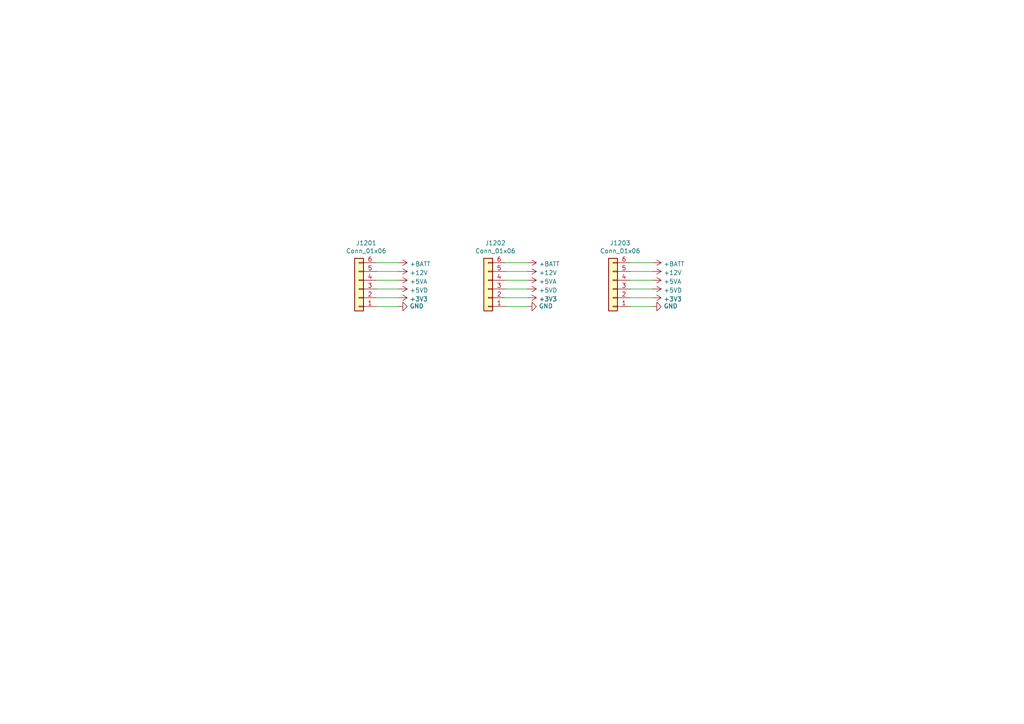
<source format=kicad_sch>
(kicad_sch (version 20211123) (generator eeschema)
  (paper "A4")
  (title_block (title "Connector Cube V2") (date "2021-12-21") (rev "V2.00A") (company "CubeDeb-F4DEB") (comment 1 "POWER"))
  (lib_symbols
    (symbol "Connector_Generic:Conn_01x06" (pin_names (offset 1.016) hide)
      (property "Reference" "J" (at 0 7.62 0))
      (property "Value" "Connector_Generic_Conn_01x06" (at 0 -10.16 0))
      (symbol "Conn_01x06_1_1"
        (rectangle (start -1.27 -7.493) (end 0 -7.747) (stroke (width 0.1524)))
        (rectangle (start -1.27 -4.953) (end 0 -5.207) (stroke (width 0.1524)))
        (rectangle (start -1.27 -2.413) (end 0 -2.667) (stroke (width 0.1524)))
        (rectangle (start -1.27 0.127) (end 0 -0.127) (stroke (width 0.1524)))
        (rectangle (start -1.27 2.667) (end 0 2.413) (stroke (width 0.1524)))
        (rectangle (start -1.27 5.207) (end 0 4.953) (stroke (width 0.1524)))
        (rectangle (start -1.27 6.35) (end 1.27 -8.89) (stroke (width 0.254)) (fill (type background)))
        (pin passive line (at -5.08 5.08 0) (length 3.81) (name "Pin_1") (number "1"))
        (pin passive line (at -5.08 2.54 0) (length 3.81) (name "Pin_2") (number "2"))
        (pin passive line (at -5.08 0 0) (length 3.81) (name "Pin_3") (number "3"))
        (pin passive line (at -5.08 -2.54 0) (length 3.81) (name "Pin_4") (number "4"))
        (pin passive line (at -5.08 -5.08 0) (length 3.81) (name "Pin_5") (number "5"))
        (pin passive line (at -5.08 -7.62 0) (length 3.81) (name "Pin_6") (number "6"))
      )
    )
    (symbol "power:+12V" (power) (pin_names (offset 0))
      (property "Value" "power_+12V" (at 0 3.556 0))
      (symbol "+12V_0_1"
        (polyline (pts (xy -0.762 1.27) (xy 0 2.54)))
        (polyline (pts (xy 0 0) (xy 0 2.54)))
        (polyline (pts (xy 0 2.54) (xy 0.762 1.27)))
      )
      (symbol "+12V_1_1"
        (pin power_in line (at 0 0 90) (length 0) hide (name "+12V") (number "1"))
      )
    )
    (symbol "power:+3.3V" (power) (pin_names (offset 0))
      (property "Value" "power_+3.3V" (at 0 3.556 0))
      (symbol "+3.3V_0_1"
        (polyline (pts (xy -0.762 1.27) (xy 0 2.54)))
        (polyline (pts (xy 0 0) (xy 0 2.54)))
        (polyline (pts (xy 0 2.54) (xy 0.762 1.27)))
      )
      (symbol "+3.3V_1_1"
        (pin power_in line (at 0 0 90) (length 0) hide (name "+3V3") (number "1"))
      )
    )
    (symbol "power:+5VA" (power) (pin_names (offset 0))
      (property "Value" "power_+5VA" (at 0 3.556 0))
      (symbol "+5VA_0_1"
        (polyline (pts (xy -0.762 1.27) (xy 0 2.54)))
        (polyline (pts (xy 0 0) (xy 0 2.54)))
        (polyline (pts (xy 0 2.54) (xy 0.762 1.27)))
      )
      (symbol "+5VA_1_1"
        (pin power_in line (at 0 0 90) (length 0) hide (name "+5VA") (number "1"))
      )
    )
    (symbol "power:+5VD" (power) (pin_names (offset 0))
      (property "Value" "power_+5VD" (at 0 3.556 0))
      (symbol "+5VD_0_1"
        (polyline (pts (xy -0.762 1.27) (xy 0 2.54)))
        (polyline (pts (xy 0 0) (xy 0 2.54)))
        (polyline (pts (xy 0 2.54) (xy 0.762 1.27)))
      )
      (symbol "+5VD_1_1"
        (pin power_in line (at 0 0 90) (length 0) hide (name "+5VD") (number "1"))
      )
    )
    (symbol "power:+BATT" (power) (pin_names (offset 0))
      (property "Value" "power_+BATT" (at 0 3.556 0))
      (symbol "+BATT_0_1"
        (polyline (pts (xy -0.762 1.27) (xy 0 2.54)))
        (polyline (pts (xy 0 0) (xy 0 2.54)))
        (polyline (pts (xy 0 2.54) (xy 0.762 1.27)))
      )
      (symbol "+BATT_1_1"
        (pin power_in line (at 0 0 90) (length 0) hide (name "+BATT") (number "1"))
      )
    )
    (symbol "power:GND" (power) (pin_names (offset 0))
      (property "Value" "power_GND" (at 0 -3.81 0))
      (symbol "GND_0_1"
        (polyline (pts (xy 0 0) (xy 0 -1.27) (xy 1.27 -1.27) (xy 0 -2.54) (xy -1.27 -1.27) (xy 0 -1.27)))
      )
      (symbol "GND_1_1"
        (pin power_in line (at 0 0 270) (length 0) hide (name "GND") (number "1"))
      )
    )
  )
  (wire (pts (xy 109.22 83.82) (xy 115.57 83.82)))
  (wire (pts (xy 182.88 81.28) (xy 189.23 81.28)))
  (wire (pts (xy 182.88 88.9) (xy 189.23 88.9)))
  (wire (pts (xy 109.22 81.28) (xy 115.57 81.28)))
  (wire (pts (xy 182.88 76.2) (xy 189.23 76.2)))
  (wire (pts (xy 146.685 88.9) (xy 153.035 88.9)))
  (wire (pts (xy 109.22 86.36) (xy 115.57 86.36)))
  (wire (pts (xy 182.88 86.36) (xy 189.23 86.36)))
  (wire (pts (xy 146.685 86.36) (xy 153.035 86.36)))
  (wire (pts (xy 146.685 76.2) (xy 153.035 76.2)))
  (wire (pts (xy 109.22 76.2) (xy 115.57 76.2)))
  (wire (pts (xy 146.685 83.82) (xy 153.035 83.82)))
  (wire (pts (xy 109.22 88.9) (xy 115.57 88.9)))
  (wire (pts (xy 182.88 83.82) (xy 189.23 83.82)))
  (wire (pts (xy 109.22 78.74) (xy 115.57 78.74)))
  (wire (pts (xy 146.685 81.28) (xy 153.035 81.28)))
  (wire (pts (xy 146.685 78.74) (xy 153.035 78.74)))
  (wire (pts (xy 182.88 78.74) (xy 189.23 78.74)))
  (symbol (lib_id "Connector_Generic:Conn_01x06") (at 104.14 83.82 180) (unit 1)
    (property "Reference" "J1201" (at 106.2228 70.485 0))
    (property "Value" "Conn_01x06" (at 106.2228 72.7964 0))
    (property "Footprint" "Connector_JST:JST_GH_BM06B-GHS-TBT_1x06-1MP_P1.25mm_Vertical" (effects hide))
  )
  (symbol (lib_id "power:GND") (at 115.57 88.9 90) (unit 1)
    (property "Reference" "#PWR0172" (effects hide))
    (property "Value" "GND" (at 118.8212 88.773 90) (effects (justify right)))
  )
  (symbol (lib_id "power:+3.3V") (at 115.57 86.36 270) (unit 1)
    (property "Reference" "#PWR0177" (effects hide))
    (property "Value" "+3.3V" (at 118.8212 86.741 90) (effects (justify left)))
  )
  (symbol (lib_id "power:+5VD") (at 115.57 83.82 270) (unit 1)
    (property "Reference" "#PWR0275" (effects hide))
    (property "Value" "+5VD" (at 118.8212 84.201 90) (effects (justify left)))
  )
  (symbol (lib_id "power:+5VA") (at 115.57 81.28 270) (unit 1)
    (property "Reference" "#PWR0276" (effects hide))
    (property "Value" "+5VA" (at 118.8212 81.661 90) (effects (justify left)))
  )
  (symbol (lib_id "power:+12V") (at 115.57 78.74 270) (unit 1)
    (property "Reference" "#PWR0277" (effects hide))
    (property "Value" "+12V" (at 118.8212 79.121 90) (effects (justify left)))
  )
  (symbol (lib_id "power:+BATT") (at 115.57 76.2 270) (unit 1)
    (property "Reference" "#PWR0278" (effects hide))
    (property "Value" "+BATT" (at 118.8212 76.581 90) (effects (justify left)))
  )
  (symbol (lib_id "Connector_Generic:Conn_01x06") (at 141.605 83.82 180) (unit 1)
    (property "Reference" "J1202" (at 143.6878 70.485 0))
    (property "Value" "Conn_01x06" (at 143.6878 72.7964 0))
    (property "Footprint" "Connector_JST:JST_GH_BM06B-GHS-TBT_1x06-1MP_P1.25mm_Vertical" (effects hide))
  )
  (symbol (lib_id "power:GND") (at 153.035 88.9 90) (unit 1)
    (property "Reference" "#PWR0279" (effects hide))
    (property "Value" "GND" (at 156.2862 88.773 90) (effects (justify right)))
  )
  (symbol (lib_id "power:+3.3V") (at 153.035 86.36 270) (unit 1)
    (property "Reference" "#PWR0280" (effects hide))
    (property "Value" "+3.3V" (at 156.2862 86.741 90) (effects (justify left)))
  )
  (symbol (lib_id "power:+5VD") (at 153.035 83.82 270) (unit 1)
    (property "Reference" "#PWR0281" (effects hide))
    (property "Value" "+5VD" (at 156.2862 84.201 90) (effects (justify left)))
  )
  (symbol (lib_id "power:+5VA") (at 153.035 81.28 270) (unit 1)
    (property "Reference" "#PWR0282" (effects hide))
    (property "Value" "+5VA" (at 156.2862 81.661 90) (effects (justify left)))
  )
  (symbol (lib_id "power:+12V") (at 153.035 78.74 270) (unit 1)
    (property "Reference" "#PWR0283" (effects hide))
    (property "Value" "+12V" (at 156.2862 79.121 90) (effects (justify left)))
  )
  (symbol (lib_id "power:+BATT") (at 153.035 76.2 270) (unit 1)
    (property "Reference" "#PWR0284" (effects hide))
    (property "Value" "+BATT" (at 156.2862 76.581 90) (effects (justify left)))
  )
  (symbol (lib_id "Connector_Generic:Conn_01x06") (at 177.8 83.82 180) (unit 1)
    (property "Reference" "J1203" (at 179.8828 70.485 0))
    (property "Value" "Conn_01x06" (at 179.8828 72.7964 0))
    (property "Footprint" "Connector_JST:JST_GH_BM06B-GHS-TBT_1x06-1MP_P1.25mm_Vertical" (effects hide))
  )
  (symbol (lib_id "power:GND") (at 189.23 88.9 90) (unit 1)
    (property "Reference" "#PWR0285" (effects hide))
    (property "Value" "GND" (at 192.4812 88.773 90) (effects (justify right)))
  )
  (symbol (lib_id "power:+3.3V") (at 189.23 86.36 270) (unit 1)
    (property "Reference" "#PWR0286" (effects hide))
    (property "Value" "+3.3V" (at 192.4812 86.741 90) (effects (justify left)))
  )
  (symbol (lib_id "power:+5VD") (at 189.23 83.82 270) (unit 1)
    (property "Reference" "#PWR0287" (effects hide))
    (property "Value" "+5VD" (at 192.4812 84.201 90) (effects (justify left)))
  )
  (symbol (lib_id "power:+5VA") (at 189.23 81.28 270) (unit 1)
    (property "Reference" "#PWR0288" (effects hide))
    (property "Value" "+5VA" (at 192.4812 81.661 90) (effects (justify left)))
  )
  (symbol (lib_id "power:+12V") (at 189.23 78.74 270) (unit 1)
    (property "Reference" "#PWR0289" (effects hide))
    (property "Value" "+12V" (at 192.4812 79.121 90) (effects (justify left)))
  )
  (symbol (lib_id "power:+BATT") (at 189.23 76.2 270) (unit 1)
    (property "Reference" "#PWR0290" (effects hide))
    (property "Value" "+BATT" (at 192.4812 76.581 90) (effects (justify left)))
  )
)
</source>
